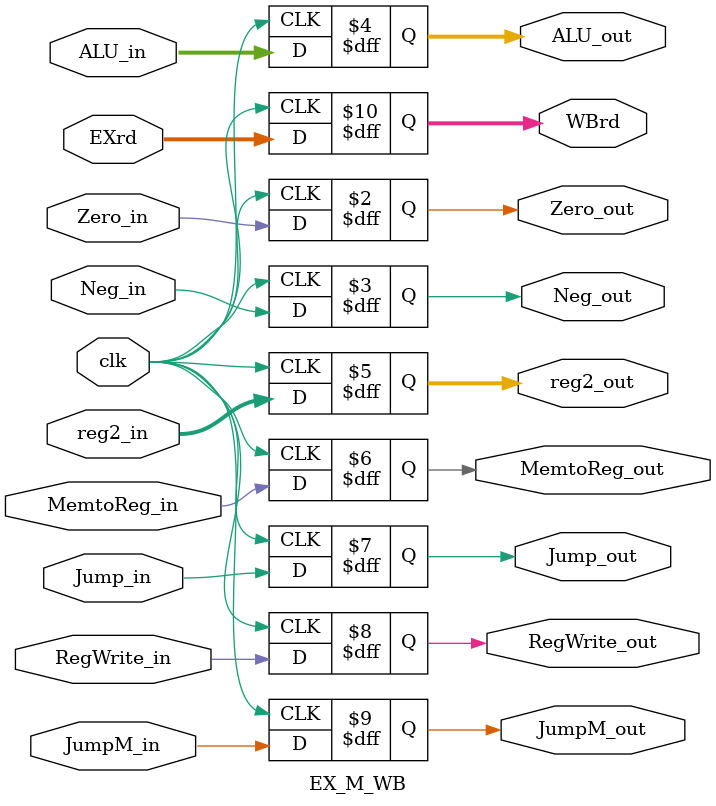
<source format=v>
`timescale 1ns / 1ps

//This is the buffer for IF to ID
module IF_ID(clk, PC_in, inst_mem, PC_out, inst_out);
    input [31:0] PC_in;
    input [31:0] inst_mem;
    input clk;
    output reg [31:0] PC_out;
    output reg [31:0] inst_out;
    
    always@(posedge clk)
        begin
             PC_out = PC_in;
             inst_out = inst_mem;
        end
    
endmodule

//This is the buffer for ID to EX
module ID_EX_M(clk, PC_in, data1, data2, imm_in, IDrd, ALUSrc_in, ALUOp_in, MemRead_in, MemWrite_in, PC_Control_in,  MemtoReg_in, Jump_in, RegWrite_in, JumpM_in, PC_out, reg1, reg2, imm_out, EXrd, ALUSrc_out, ALUOp_out, MemRead_out, MemWrite_out, PC_Control_out, MemtoReg_out, Jump_out, RegWrite_out, JumpM_out);
    input [31:0] PC_in;
    input [31:0] data1;
    input [31:0] data2;
    input [31:0] imm_in;
    input ALUSrc_in;
    input [2:0] ALUOp_in;
    input MemRead_in;
    input MemWrite_in;
    input PC_Control_in;
    input MemtoReg_in;
    input Jump_in;
    input RegWrite_in;
    input JumpM_in;
    input clk;
    input [5:0] IDrd;
    output reg [31:0] PC_out;
    output reg [31:0] reg1;
    output reg [31:0] reg2;
    output reg [31:0] imm_out;
    output reg ALUSrc_out;
    output reg [2:0] ALUOp_out;
    output reg MemRead_out;
    output reg MemWrite_out;
    output reg PC_Control_out;
    output reg MemtoReg_out;
    output reg Jump_out;
    output reg RegWrite_out;
    output reg JumpM_out;
    output reg [5:0] EXrd;
    
    always@(posedge clk)
        begin
             PC_out = PC_in;
             reg1 = data1;
             reg2 = data2;
             imm_out = imm_in;
             ALUSrc_out = ALUSrc_in;
             ALUOp_out = ALUOp_in;
             MemRead_out = MemRead_in;
             MemWrite_out = MemWrite_in;
             PC_Control_out = PC_Control_in;
             MemtoReg_out = MemtoReg_in;
             Jump_out = Jump_in;
             RegWrite_out = RegWrite_in;
             JumpM_out = JumpM_in;
             EXrd = IDrd;
        end
endmodule 

//This is the buffer for EX to MEM
module EX_M_WB (clk, Zero_in, Neg_in, ALU_in, reg2_in, EXrd, MemtoReg_in, Jump_in, RegWrite_in, JumpM_in, Zero_out, Neg_out, ALU_out, reg2_out, WBrd, MemtoReg_out, Jump_out, RegWrite_out, JumpM_out);
    input Zero_in;
    input Neg_in;
    input [31:0] ALU_in;
    input [31:0] reg2_in;
    input MemtoReg_in;
    input Jump_in;
    input RegWrite_in;
    input JumpM_in;
    input clk;
    input [5:0] EXrd;
    output reg Zero_out;
    output reg Neg_out;
    output reg [31:0] ALU_out;
    output reg [31:0] reg2_out;
    output reg MemtoReg_out;
    output reg Jump_out;
    output reg RegWrite_out;
    output reg JumpM_out;
    output reg [5:0] WBrd;
    
    always@(posedge clk)
        begin
             Zero_out = Zero_in;
             Neg_out = Neg_in;
             reg2_out = reg2_in;
             ALU_out = ALU_in;
             MemtoReg_out = MemtoReg_in;
             Jump_out = Jump_in;
             JumpM_out = JumpM_in;
             RegWrite_out = RegWrite_in;
             WBrd = EXrd;
        end
endmodule 



    

</source>
